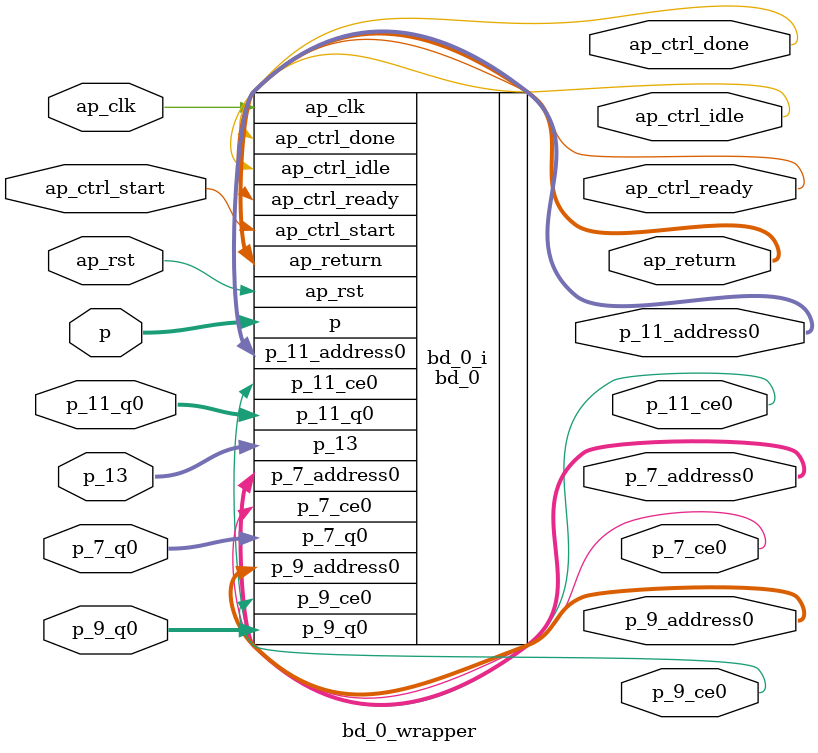
<source format=v>
`timescale 1 ps / 1 ps

module bd_0_wrapper
   (ap_clk,
    ap_ctrl_done,
    ap_ctrl_idle,
    ap_ctrl_ready,
    ap_ctrl_start,
    ap_return,
    ap_rst,
    p,
    p_11_address0,
    p_11_ce0,
    p_11_q0,
    p_13,
    p_7_address0,
    p_7_ce0,
    p_7_q0,
    p_9_address0,
    p_9_ce0,
    p_9_q0);
  input ap_clk;
  output ap_ctrl_done;
  output ap_ctrl_idle;
  output ap_ctrl_ready;
  input ap_ctrl_start;
  output [15:0]ap_return;
  input ap_rst;
  input [31:0]p;
  output [2:0]p_11_address0;
  output p_11_ce0;
  input [7:0]p_11_q0;
  input [63:0]p_13;
  output [4:0]p_7_address0;
  output p_7_ce0;
  input [63:0]p_7_q0;
  output [1:0]p_9_address0;
  output p_9_ce0;
  input [15:0]p_9_q0;

  wire ap_clk;
  wire ap_ctrl_done;
  wire ap_ctrl_idle;
  wire ap_ctrl_ready;
  wire ap_ctrl_start;
  wire [15:0]ap_return;
  wire ap_rst;
  wire [31:0]p;
  wire [2:0]p_11_address0;
  wire p_11_ce0;
  wire [7:0]p_11_q0;
  wire [63:0]p_13;
  wire [4:0]p_7_address0;
  wire p_7_ce0;
  wire [63:0]p_7_q0;
  wire [1:0]p_9_address0;
  wire p_9_ce0;
  wire [15:0]p_9_q0;

  bd_0 bd_0_i
       (.ap_clk(ap_clk),
        .ap_ctrl_done(ap_ctrl_done),
        .ap_ctrl_idle(ap_ctrl_idle),
        .ap_ctrl_ready(ap_ctrl_ready),
        .ap_ctrl_start(ap_ctrl_start),
        .ap_return(ap_return),
        .ap_rst(ap_rst),
        .p(p),
        .p_11_address0(p_11_address0),
        .p_11_ce0(p_11_ce0),
        .p_11_q0(p_11_q0),
        .p_13(p_13),
        .p_7_address0(p_7_address0),
        .p_7_ce0(p_7_ce0),
        .p_7_q0(p_7_q0),
        .p_9_address0(p_9_address0),
        .p_9_ce0(p_9_ce0),
        .p_9_q0(p_9_q0));
endmodule

</source>
